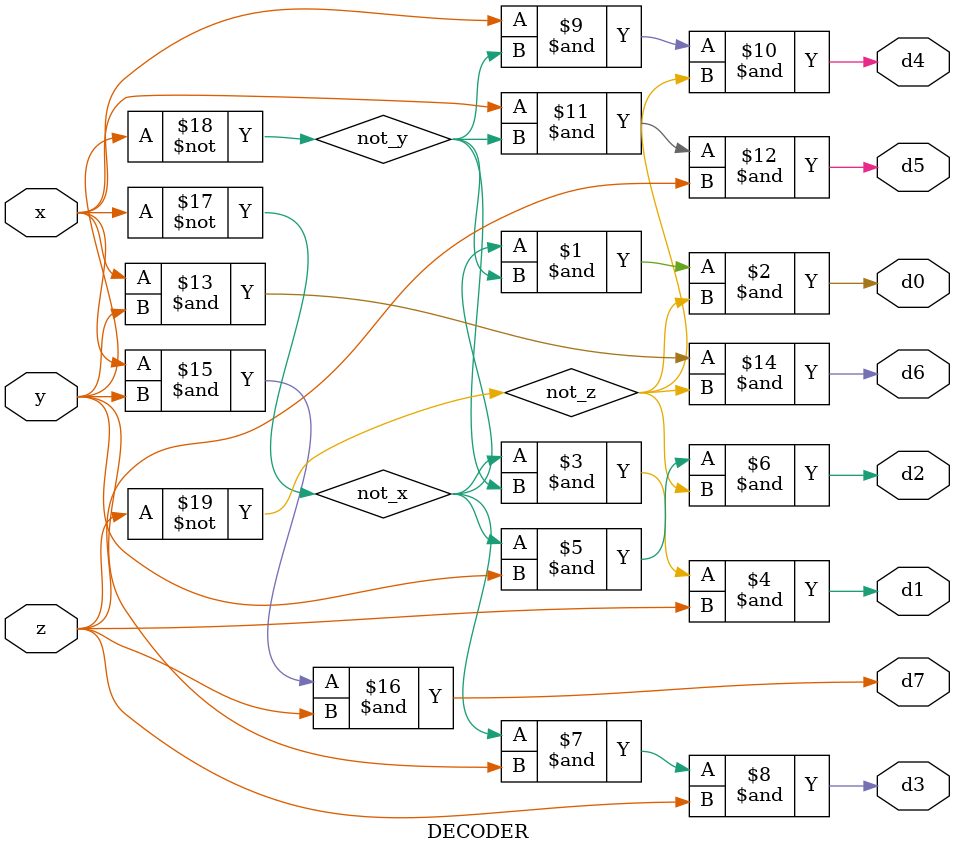
<source format=v>
module DECODER(d0,d1,d2,d3,d4,d5,d6,d7,
                x,y,z);
output d0,d1,d2,d3,d4,d5,d6,d7;
input x,y,z;

wire not_x, not_y, not_z;

not n1(not_x,x);
not n2(not_y,y);
not n3(not_z,z);

and a1(d0,not_x,not_y,not_z);
and a2(d1,not_x,not_y,z);
and a3(d2,not_x,y,not_z);
and a4(d3,not_x,y,z);
and a5(d4,x,not_y,not_z);
and a6(d5,x,not_y,z);
and a7(d6,x,y,not_z);
and a8(d7,x,y,z);

endmodule
</source>
